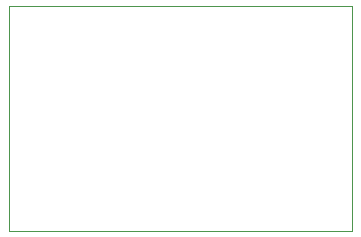
<source format=gbr>
%TF.GenerationSoftware,KiCad,Pcbnew,6.0.2+dfsg-1*%
%TF.CreationDate,2023-04-28T20:35:41-04:00*%
%TF.ProjectId,lamp-remote-mcu,6c616d70-2d72-4656-9d6f-74652d6d6375,rev?*%
%TF.SameCoordinates,Original*%
%TF.FileFunction,Profile,NP*%
%FSLAX46Y46*%
G04 Gerber Fmt 4.6, Leading zero omitted, Abs format (unit mm)*
G04 Created by KiCad (PCBNEW 6.0.2+dfsg-1) date 2023-04-28 20:35:41*
%MOMM*%
%LPD*%
G01*
G04 APERTURE LIST*
%TA.AperFunction,Profile*%
%ADD10C,0.100000*%
%TD*%
G04 APERTURE END LIST*
D10*
X146000000Y-107250000D02*
X117000000Y-107250000D01*
X117000000Y-107250000D02*
X117000000Y-88250000D01*
X117000000Y-88250000D02*
X146000000Y-88250000D01*
X146000000Y-88250000D02*
X146000000Y-107250000D01*
M02*

</source>
